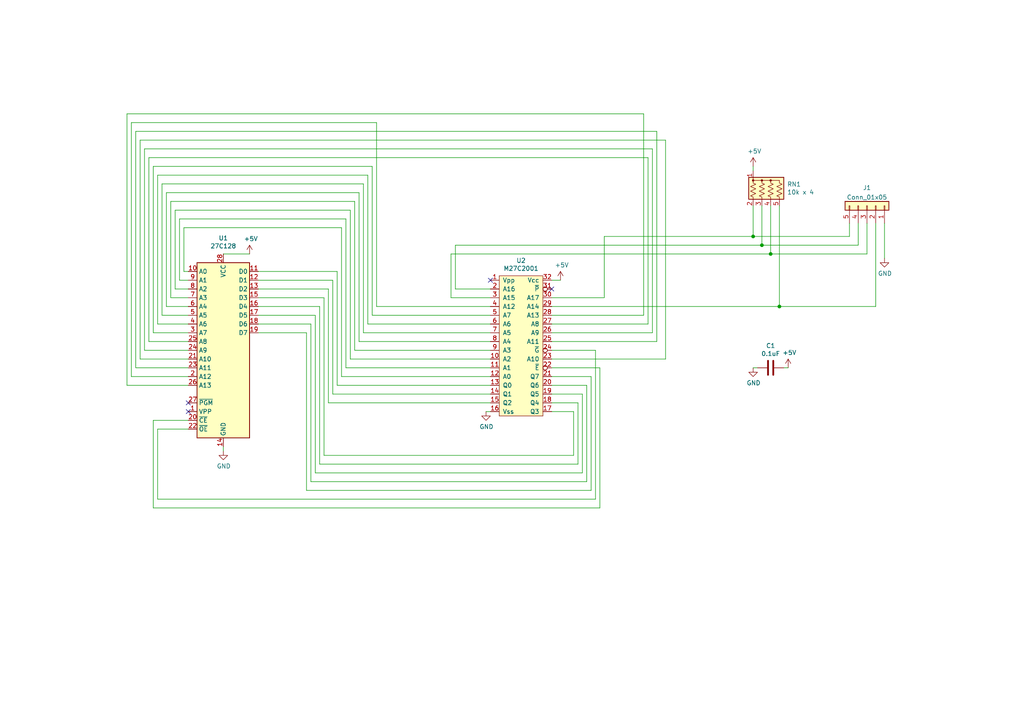
<source format=kicad_sch>
(kicad_sch (version 20211123) (generator eeschema)

  (uuid 13abf99d-5265-4779-8973-e94370fd18ff)

  (paper "A4")

  (lib_symbols
    (symbol "27c2001lib:M27C2001" (pin_names (offset 1.016)) (in_bom yes) (on_board yes)
      (property "Reference" "U" (id 0) (at 0 0 0)
        (effects (font (size 1.27 1.27)))
      )
      (property "Value" "27c2001lib_M27C2001" (id 1) (at 0 -19.05 90)
        (effects (font (size 1.27 1.27)))
      )
      (property "Footprint" "" (id 2) (at 0 0 0)
        (effects (font (size 1.27 1.27)) hide)
      )
      (property "Datasheet" "" (id 3) (at 0 0 0)
        (effects (font (size 1.27 1.27)) hide)
      )
      (symbol "M27C2001_0_1"
        (rectangle (start -6.35 -3.81) (end 6.35 -44.45)
          (stroke (width 0) (type default) (color 0 0 0 0))
          (fill (type background))
        )
      )
      (symbol "M27C2001_1_1"
        (pin input line (at -8.89 -5.08 0) (length 2.54)
          (name "Vpp" (effects (font (size 1.27 1.27))))
          (number "1" (effects (font (size 1.27 1.27))))
        )
        (pin input line (at -8.89 -27.94 0) (length 2.54)
          (name "A2" (effects (font (size 1.27 1.27))))
          (number "10" (effects (font (size 1.27 1.27))))
        )
        (pin input line (at -8.89 -30.48 0) (length 2.54)
          (name "A1" (effects (font (size 1.27 1.27))))
          (number "11" (effects (font (size 1.27 1.27))))
        )
        (pin input line (at -8.89 -33.02 0) (length 2.54)
          (name "A0" (effects (font (size 1.27 1.27))))
          (number "12" (effects (font (size 1.27 1.27))))
        )
        (pin output line (at -8.89 -35.56 0) (length 2.54)
          (name "Q0" (effects (font (size 1.27 1.27))))
          (number "13" (effects (font (size 1.27 1.27))))
        )
        (pin output line (at -8.89 -38.1 0) (length 2.54)
          (name "Q1" (effects (font (size 1.27 1.27))))
          (number "14" (effects (font (size 1.27 1.27))))
        )
        (pin output line (at -8.89 -40.64 0) (length 2.54)
          (name "Q2" (effects (font (size 1.27 1.27))))
          (number "15" (effects (font (size 1.27 1.27))))
        )
        (pin power_in line (at -8.89 -43.18 0) (length 2.54)
          (name "Vss" (effects (font (size 1.27 1.27))))
          (number "16" (effects (font (size 1.27 1.27))))
        )
        (pin output line (at 8.89 -43.18 180) (length 2.54)
          (name "Q3" (effects (font (size 1.27 1.27))))
          (number "17" (effects (font (size 1.27 1.27))))
        )
        (pin output line (at 8.89 -40.64 180) (length 2.54)
          (name "Q4" (effects (font (size 1.27 1.27))))
          (number "18" (effects (font (size 1.27 1.27))))
        )
        (pin output line (at 8.89 -38.1 180) (length 2.54)
          (name "Q5" (effects (font (size 1.27 1.27))))
          (number "19" (effects (font (size 1.27 1.27))))
        )
        (pin input line (at -8.89 -7.62 0) (length 2.54)
          (name "A16" (effects (font (size 1.27 1.27))))
          (number "2" (effects (font (size 1.27 1.27))))
        )
        (pin output line (at 8.89 -35.56 180) (length 2.54)
          (name "Q6" (effects (font (size 1.27 1.27))))
          (number "20" (effects (font (size 1.27 1.27))))
        )
        (pin output line (at 8.89 -33.02 180) (length 2.54)
          (name "Q7" (effects (font (size 1.27 1.27))))
          (number "21" (effects (font (size 1.27 1.27))))
        )
        (pin input inverted (at 8.89 -30.48 180) (length 2.54)
          (name "~{E}" (effects (font (size 1.27 1.27))))
          (number "22" (effects (font (size 1.27 1.27))))
        )
        (pin input line (at 8.89 -27.94 180) (length 2.54)
          (name "A10" (effects (font (size 1.27 1.27))))
          (number "23" (effects (font (size 1.27 1.27))))
        )
        (pin input inverted (at 8.89 -25.4 180) (length 2.54)
          (name "~{G}" (effects (font (size 1.27 1.27))))
          (number "24" (effects (font (size 1.27 1.27))))
        )
        (pin input line (at 8.89 -22.86 180) (length 2.54)
          (name "A11" (effects (font (size 1.27 1.27))))
          (number "25" (effects (font (size 1.27 1.27))))
        )
        (pin input line (at 8.89 -20.32 180) (length 2.54)
          (name "A9" (effects (font (size 1.27 1.27))))
          (number "26" (effects (font (size 1.27 1.27))))
        )
        (pin input line (at 8.89 -17.78 180) (length 2.54)
          (name "A8" (effects (font (size 1.27 1.27))))
          (number "27" (effects (font (size 1.27 1.27))))
        )
        (pin input line (at 8.89 -15.24 180) (length 2.54)
          (name "A13" (effects (font (size 1.27 1.27))))
          (number "28" (effects (font (size 1.27 1.27))))
        )
        (pin input line (at 8.89 -12.7 180) (length 2.54)
          (name "A14" (effects (font (size 1.27 1.27))))
          (number "29" (effects (font (size 1.27 1.27))))
        )
        (pin input line (at -8.89 -10.16 0) (length 2.54)
          (name "A15" (effects (font (size 1.27 1.27))))
          (number "3" (effects (font (size 1.27 1.27))))
        )
        (pin input line (at 8.89 -10.16 180) (length 2.54)
          (name "A17" (effects (font (size 1.27 1.27))))
          (number "30" (effects (font (size 1.27 1.27))))
        )
        (pin input inverted (at 8.89 -7.62 180) (length 2.54)
          (name "~{P}" (effects (font (size 1.27 1.27))))
          (number "31" (effects (font (size 1.27 1.27))))
        )
        (pin power_in line (at 8.89 -5.08 180) (length 2.54)
          (name "Vcc" (effects (font (size 1.27 1.27))))
          (number "32" (effects (font (size 1.27 1.27))))
        )
        (pin input line (at -8.89 -12.7 0) (length 2.54)
          (name "A12" (effects (font (size 1.27 1.27))))
          (number "4" (effects (font (size 1.27 1.27))))
        )
        (pin input line (at -8.89 -15.24 0) (length 2.54)
          (name "A7" (effects (font (size 1.27 1.27))))
          (number "5" (effects (font (size 1.27 1.27))))
        )
        (pin input line (at -8.89 -17.78 0) (length 2.54)
          (name "A6" (effects (font (size 1.27 1.27))))
          (number "6" (effects (font (size 1.27 1.27))))
        )
        (pin input line (at -8.89 -20.32 0) (length 2.54)
          (name "A5" (effects (font (size 1.27 1.27))))
          (number "7" (effects (font (size 1.27 1.27))))
        )
        (pin input line (at -8.89 -22.86 0) (length 2.54)
          (name "A4" (effects (font (size 1.27 1.27))))
          (number "8" (effects (font (size 1.27 1.27))))
        )
        (pin input line (at -8.89 -25.4 0) (length 2.54)
          (name "A3" (effects (font (size 1.27 1.27))))
          (number "9" (effects (font (size 1.27 1.27))))
        )
      )
    )
    (symbol "Connector_Generic:Conn_01x05" (pin_names (offset 1.016) hide) (in_bom yes) (on_board yes)
      (property "Reference" "J" (id 0) (at 0 7.62 0)
        (effects (font (size 1.27 1.27)))
      )
      (property "Value" "Conn_01x05" (id 1) (at 0 -7.62 0)
        (effects (font (size 1.27 1.27)))
      )
      (property "Footprint" "" (id 2) (at 0 0 0)
        (effects (font (size 1.27 1.27)) hide)
      )
      (property "Datasheet" "~" (id 3) (at 0 0 0)
        (effects (font (size 1.27 1.27)) hide)
      )
      (property "ki_keywords" "connector" (id 4) (at 0 0 0)
        (effects (font (size 1.27 1.27)) hide)
      )
      (property "ki_description" "Generic connector, single row, 01x05, script generated (kicad-library-utils/schlib/autogen/connector/)" (id 5) (at 0 0 0)
        (effects (font (size 1.27 1.27)) hide)
      )
      (property "ki_fp_filters" "Connector*:*_1x??_*" (id 6) (at 0 0 0)
        (effects (font (size 1.27 1.27)) hide)
      )
      (symbol "Conn_01x05_1_1"
        (rectangle (start -1.27 -4.953) (end 0 -5.207)
          (stroke (width 0.1524) (type default) (color 0 0 0 0))
          (fill (type none))
        )
        (rectangle (start -1.27 -2.413) (end 0 -2.667)
          (stroke (width 0.1524) (type default) (color 0 0 0 0))
          (fill (type none))
        )
        (rectangle (start -1.27 0.127) (end 0 -0.127)
          (stroke (width 0.1524) (type default) (color 0 0 0 0))
          (fill (type none))
        )
        (rectangle (start -1.27 2.667) (end 0 2.413)
          (stroke (width 0.1524) (type default) (color 0 0 0 0))
          (fill (type none))
        )
        (rectangle (start -1.27 5.207) (end 0 4.953)
          (stroke (width 0.1524) (type default) (color 0 0 0 0))
          (fill (type none))
        )
        (rectangle (start -1.27 6.35) (end 1.27 -6.35)
          (stroke (width 0.254) (type default) (color 0 0 0 0))
          (fill (type background))
        )
        (pin passive line (at -5.08 5.08 0) (length 3.81)
          (name "Pin_1" (effects (font (size 1.27 1.27))))
          (number "1" (effects (font (size 1.27 1.27))))
        )
        (pin passive line (at -5.08 2.54 0) (length 3.81)
          (name "Pin_2" (effects (font (size 1.27 1.27))))
          (number "2" (effects (font (size 1.27 1.27))))
        )
        (pin passive line (at -5.08 0 0) (length 3.81)
          (name "Pin_3" (effects (font (size 1.27 1.27))))
          (number "3" (effects (font (size 1.27 1.27))))
        )
        (pin passive line (at -5.08 -2.54 0) (length 3.81)
          (name "Pin_4" (effects (font (size 1.27 1.27))))
          (number "4" (effects (font (size 1.27 1.27))))
        )
        (pin passive line (at -5.08 -5.08 0) (length 3.81)
          (name "Pin_5" (effects (font (size 1.27 1.27))))
          (number "5" (effects (font (size 1.27 1.27))))
        )
      )
    )
    (symbol "Device:C" (pin_numbers hide) (pin_names (offset 0.254)) (in_bom yes) (on_board yes)
      (property "Reference" "C" (id 0) (at 0.635 2.54 0)
        (effects (font (size 1.27 1.27)) (justify left))
      )
      (property "Value" "C" (id 1) (at 0.635 -2.54 0)
        (effects (font (size 1.27 1.27)) (justify left))
      )
      (property "Footprint" "" (id 2) (at 0.9652 -3.81 0)
        (effects (font (size 1.27 1.27)) hide)
      )
      (property "Datasheet" "~" (id 3) (at 0 0 0)
        (effects (font (size 1.27 1.27)) hide)
      )
      (property "ki_keywords" "cap capacitor" (id 4) (at 0 0 0)
        (effects (font (size 1.27 1.27)) hide)
      )
      (property "ki_description" "Unpolarized capacitor" (id 5) (at 0 0 0)
        (effects (font (size 1.27 1.27)) hide)
      )
      (property "ki_fp_filters" "C_*" (id 6) (at 0 0 0)
        (effects (font (size 1.27 1.27)) hide)
      )
      (symbol "C_0_1"
        (polyline
          (pts
            (xy -2.032 -0.762)
            (xy 2.032 -0.762)
          )
          (stroke (width 0.508) (type default) (color 0 0 0 0))
          (fill (type none))
        )
        (polyline
          (pts
            (xy -2.032 0.762)
            (xy 2.032 0.762)
          )
          (stroke (width 0.508) (type default) (color 0 0 0 0))
          (fill (type none))
        )
      )
      (symbol "C_1_1"
        (pin passive line (at 0 3.81 270) (length 2.794)
          (name "~" (effects (font (size 1.27 1.27))))
          (number "1" (effects (font (size 1.27 1.27))))
        )
        (pin passive line (at 0 -3.81 90) (length 2.794)
          (name "~" (effects (font (size 1.27 1.27))))
          (number "2" (effects (font (size 1.27 1.27))))
        )
      )
    )
    (symbol "Device:R_Network04_US" (pin_names (offset 0) hide) (in_bom yes) (on_board yes)
      (property "Reference" "RN" (id 0) (at -7.62 0 90)
        (effects (font (size 1.27 1.27)))
      )
      (property "Value" "R_Network04_US" (id 1) (at 5.08 0 90)
        (effects (font (size 1.27 1.27)))
      )
      (property "Footprint" "Resistor_THT:R_Array_SIP5" (id 2) (at 6.985 0 90)
        (effects (font (size 1.27 1.27)) hide)
      )
      (property "Datasheet" "http://www.vishay.com/docs/31509/csc.pdf" (id 3) (at 0 0 0)
        (effects (font (size 1.27 1.27)) hide)
      )
      (property "ki_keywords" "R network star-topology" (id 4) (at 0 0 0)
        (effects (font (size 1.27 1.27)) hide)
      )
      (property "ki_description" "4 resistor network, star topology, bussed resistors, small US symbol" (id 5) (at 0 0 0)
        (effects (font (size 1.27 1.27)) hide)
      )
      (property "ki_fp_filters" "R?Array?SIP*" (id 6) (at 0 0 0)
        (effects (font (size 1.27 1.27)) hide)
      )
      (symbol "R_Network04_US_0_1"
        (rectangle (start -6.35 -3.175) (end 3.81 3.175)
          (stroke (width 0.254) (type default) (color 0 0 0 0))
          (fill (type background))
        )
        (circle (center -5.08 2.286) (radius 0.254)
          (stroke (width 0) (type default) (color 0 0 0 0))
          (fill (type outline))
        )
        (circle (center -2.54 2.286) (radius 0.254)
          (stroke (width 0) (type default) (color 0 0 0 0))
          (fill (type outline))
        )
        (polyline
          (pts
            (xy -5.08 2.286)
            (xy 2.54 2.286)
          )
          (stroke (width 0) (type default) (color 0 0 0 0))
          (fill (type none))
        )
        (polyline
          (pts
            (xy -5.08 2.286)
            (xy -5.08 1.524)
            (xy -4.318 1.1684)
            (xy -5.842 0.508)
            (xy -4.318 -0.1524)
            (xy -5.842 -0.8382)
            (xy -4.318 -1.524)
            (xy -5.842 -2.1844)
            (xy -5.08 -2.54)
            (xy -5.08 -3.81)
          )
          (stroke (width 0) (type default) (color 0 0 0 0))
          (fill (type none))
        )
        (polyline
          (pts
            (xy -2.54 2.286)
            (xy -2.54 1.524)
            (xy -1.778 1.1684)
            (xy -3.302 0.508)
            (xy -1.778 -0.1524)
            (xy -3.302 -0.8382)
            (xy -1.778 -1.524)
            (xy -3.302 -2.1844)
            (xy -2.54 -2.54)
            (xy -2.54 -3.81)
          )
          (stroke (width 0) (type default) (color 0 0 0 0))
          (fill (type none))
        )
        (polyline
          (pts
            (xy 0 2.286)
            (xy 0 1.524)
            (xy 0.762 1.1684)
            (xy -0.762 0.508)
            (xy 0.762 -0.1524)
            (xy -0.762 -0.8382)
            (xy 0.762 -1.524)
            (xy -0.762 -2.1844)
            (xy 0 -2.54)
            (xy 0 -3.81)
          )
          (stroke (width 0) (type default) (color 0 0 0 0))
          (fill (type none))
        )
        (polyline
          (pts
            (xy 2.54 2.286)
            (xy 2.54 1.524)
            (xy 3.302 1.1684)
            (xy 1.778 0.508)
            (xy 3.302 -0.1524)
            (xy 1.778 -0.8382)
            (xy 3.302 -1.524)
            (xy 1.778 -2.1844)
            (xy 2.54 -2.54)
            (xy 2.54 -3.81)
          )
          (stroke (width 0) (type default) (color 0 0 0 0))
          (fill (type none))
        )
        (circle (center 0 2.286) (radius 0.254)
          (stroke (width 0) (type default) (color 0 0 0 0))
          (fill (type outline))
        )
      )
      (symbol "R_Network04_US_1_1"
        (pin passive line (at -5.08 5.08 270) (length 2.54)
          (name "common" (effects (font (size 1.27 1.27))))
          (number "1" (effects (font (size 1.27 1.27))))
        )
        (pin passive line (at -5.08 -5.08 90) (length 1.27)
          (name "R1" (effects (font (size 1.27 1.27))))
          (number "2" (effects (font (size 1.27 1.27))))
        )
        (pin passive line (at -2.54 -5.08 90) (length 1.27)
          (name "R2" (effects (font (size 1.27 1.27))))
          (number "3" (effects (font (size 1.27 1.27))))
        )
        (pin passive line (at 0 -5.08 90) (length 1.27)
          (name "R3" (effects (font (size 1.27 1.27))))
          (number "4" (effects (font (size 1.27 1.27))))
        )
        (pin passive line (at 2.54 -5.08 90) (length 1.27)
          (name "R4" (effects (font (size 1.27 1.27))))
          (number "5" (effects (font (size 1.27 1.27))))
        )
      )
    )
    (symbol "Memory_EPROM:27C128" (in_bom yes) (on_board yes)
      (property "Reference" "U" (id 0) (at -7.62 26.67 0)
        (effects (font (size 1.27 1.27)))
      )
      (property "Value" "27C128" (id 1) (at 2.54 -26.67 0)
        (effects (font (size 1.27 1.27)) (justify left))
      )
      (property "Footprint" "Package_DIP:DIP-28_W15.24mm" (id 2) (at 0 0 0)
        (effects (font (size 1.27 1.27)) hide)
      )
      (property "Datasheet" "http://ww1.microchip.com/downloads/en/devicedoc/11003L.pdf" (id 3) (at 0 0 0)
        (effects (font (size 1.27 1.27)) hide)
      )
      (property "ki_keywords" "OTP EPROM 128KiBit" (id 4) (at 0 0 0)
        (effects (font (size 1.27 1.27)) hide)
      )
      (property "ki_description" "OTP EPROM 128 KiBit, [Obsolete 2004-01]" (id 5) (at 0 0 0)
        (effects (font (size 1.27 1.27)) hide)
      )
      (property "ki_fp_filters" "DIP*W15.24mm*" (id 6) (at 0 0 0)
        (effects (font (size 1.27 1.27)) hide)
      )
      (symbol "27C128_1_1"
        (rectangle (start -7.62 25.4) (end 7.62 -25.4)
          (stroke (width 0.254) (type default) (color 0 0 0 0))
          (fill (type background))
        )
        (pin input line (at -10.16 -17.78 0) (length 2.54)
          (name "VPP" (effects (font (size 1.27 1.27))))
          (number "1" (effects (font (size 1.27 1.27))))
        )
        (pin input line (at -10.16 22.86 0) (length 2.54)
          (name "A0" (effects (font (size 1.27 1.27))))
          (number "10" (effects (font (size 1.27 1.27))))
        )
        (pin tri_state line (at 10.16 22.86 180) (length 2.54)
          (name "D0" (effects (font (size 1.27 1.27))))
          (number "11" (effects (font (size 1.27 1.27))))
        )
        (pin tri_state line (at 10.16 20.32 180) (length 2.54)
          (name "D1" (effects (font (size 1.27 1.27))))
          (number "12" (effects (font (size 1.27 1.27))))
        )
        (pin tri_state line (at 10.16 17.78 180) (length 2.54)
          (name "D2" (effects (font (size 1.27 1.27))))
          (number "13" (effects (font (size 1.27 1.27))))
        )
        (pin power_in line (at 0 -27.94 90) (length 2.54)
          (name "GND" (effects (font (size 1.27 1.27))))
          (number "14" (effects (font (size 1.27 1.27))))
        )
        (pin tri_state line (at 10.16 15.24 180) (length 2.54)
          (name "D3" (effects (font (size 1.27 1.27))))
          (number "15" (effects (font (size 1.27 1.27))))
        )
        (pin tri_state line (at 10.16 12.7 180) (length 2.54)
          (name "D4" (effects (font (size 1.27 1.27))))
          (number "16" (effects (font (size 1.27 1.27))))
        )
        (pin tri_state line (at 10.16 10.16 180) (length 2.54)
          (name "D5" (effects (font (size 1.27 1.27))))
          (number "17" (effects (font (size 1.27 1.27))))
        )
        (pin tri_state line (at 10.16 7.62 180) (length 2.54)
          (name "D6" (effects (font (size 1.27 1.27))))
          (number "18" (effects (font (size 1.27 1.27))))
        )
        (pin tri_state line (at 10.16 5.08 180) (length 2.54)
          (name "D7" (effects (font (size 1.27 1.27))))
          (number "19" (effects (font (size 1.27 1.27))))
        )
        (pin input line (at -10.16 -7.62 0) (length 2.54)
          (name "A12" (effects (font (size 1.27 1.27))))
          (number "2" (effects (font (size 1.27 1.27))))
        )
        (pin input line (at -10.16 -20.32 0) (length 2.54)
          (name "~{CE}" (effects (font (size 1.27 1.27))))
          (number "20" (effects (font (size 1.27 1.27))))
        )
        (pin input line (at -10.16 -2.54 0) (length 2.54)
          (name "A10" (effects (font (size 1.27 1.27))))
          (number "21" (effects (font (size 1.27 1.27))))
        )
        (pin input line (at -10.16 -22.86 0) (length 2.54)
          (name "~{OE}" (effects (font (size 1.27 1.27))))
          (number "22" (effects (font (size 1.27 1.27))))
        )
        (pin input line (at -10.16 -5.08 0) (length 2.54)
          (name "A11" (effects (font (size 1.27 1.27))))
          (number "23" (effects (font (size 1.27 1.27))))
        )
        (pin input line (at -10.16 0 0) (length 2.54)
          (name "A9" (effects (font (size 1.27 1.27))))
          (number "24" (effects (font (size 1.27 1.27))))
        )
        (pin input line (at -10.16 2.54 0) (length 2.54)
          (name "A8" (effects (font (size 1.27 1.27))))
          (number "25" (effects (font (size 1.27 1.27))))
        )
        (pin input line (at -10.16 -10.16 0) (length 2.54)
          (name "A13" (effects (font (size 1.27 1.27))))
          (number "26" (effects (font (size 1.27 1.27))))
        )
        (pin input line (at -10.16 -15.24 0) (length 2.54)
          (name "~{PGM}" (effects (font (size 1.27 1.27))))
          (number "27" (effects (font (size 1.27 1.27))))
        )
        (pin power_in line (at 0 27.94 270) (length 2.54)
          (name "VCC" (effects (font (size 1.27 1.27))))
          (number "28" (effects (font (size 1.27 1.27))))
        )
        (pin input line (at -10.16 5.08 0) (length 2.54)
          (name "A7" (effects (font (size 1.27 1.27))))
          (number "3" (effects (font (size 1.27 1.27))))
        )
        (pin input line (at -10.16 7.62 0) (length 2.54)
          (name "A6" (effects (font (size 1.27 1.27))))
          (number "4" (effects (font (size 1.27 1.27))))
        )
        (pin input line (at -10.16 10.16 0) (length 2.54)
          (name "A5" (effects (font (size 1.27 1.27))))
          (number "5" (effects (font (size 1.27 1.27))))
        )
        (pin input line (at -10.16 12.7 0) (length 2.54)
          (name "A4" (effects (font (size 1.27 1.27))))
          (number "6" (effects (font (size 1.27 1.27))))
        )
        (pin input line (at -10.16 15.24 0) (length 2.54)
          (name "A3" (effects (font (size 1.27 1.27))))
          (number "7" (effects (font (size 1.27 1.27))))
        )
        (pin input line (at -10.16 17.78 0) (length 2.54)
          (name "A2" (effects (font (size 1.27 1.27))))
          (number "8" (effects (font (size 1.27 1.27))))
        )
        (pin input line (at -10.16 20.32 0) (length 2.54)
          (name "A1" (effects (font (size 1.27 1.27))))
          (number "9" (effects (font (size 1.27 1.27))))
        )
      )
    )
    (symbol "power:+5V" (power) (pin_names (offset 0)) (in_bom yes) (on_board yes)
      (property "Reference" "#PWR" (id 0) (at 0 -3.81 0)
        (effects (font (size 1.27 1.27)) hide)
      )
      (property "Value" "+5V" (id 1) (at 0 3.556 0)
        (effects (font (size 1.27 1.27)))
      )
      (property "Footprint" "" (id 2) (at 0 0 0)
        (effects (font (size 1.27 1.27)) hide)
      )
      (property "Datasheet" "" (id 3) (at 0 0 0)
        (effects (font (size 1.27 1.27)) hide)
      )
      (property "ki_keywords" "power-flag" (id 4) (at 0 0 0)
        (effects (font (size 1.27 1.27)) hide)
      )
      (property "ki_description" "Power symbol creates a global label with name \"+5V\"" (id 5) (at 0 0 0)
        (effects (font (size 1.27 1.27)) hide)
      )
      (symbol "+5V_0_1"
        (polyline
          (pts
            (xy -0.762 1.27)
            (xy 0 2.54)
          )
          (stroke (width 0) (type default) (color 0 0 0 0))
          (fill (type none))
        )
        (polyline
          (pts
            (xy 0 0)
            (xy 0 2.54)
          )
          (stroke (width 0) (type default) (color 0 0 0 0))
          (fill (type none))
        )
        (polyline
          (pts
            (xy 0 2.54)
            (xy 0.762 1.27)
          )
          (stroke (width 0) (type default) (color 0 0 0 0))
          (fill (type none))
        )
      )
      (symbol "+5V_1_1"
        (pin power_in line (at 0 0 90) (length 0) hide
          (name "+5V" (effects (font (size 1.27 1.27))))
          (number "1" (effects (font (size 1.27 1.27))))
        )
      )
    )
    (symbol "power:GND" (power) (pin_names (offset 0)) (in_bom yes) (on_board yes)
      (property "Reference" "#PWR" (id 0) (at 0 -6.35 0)
        (effects (font (size 1.27 1.27)) hide)
      )
      (property "Value" "GND" (id 1) (at 0 -3.81 0)
        (effects (font (size 1.27 1.27)))
      )
      (property "Footprint" "" (id 2) (at 0 0 0)
        (effects (font (size 1.27 1.27)) hide)
      )
      (property "Datasheet" "" (id 3) (at 0 0 0)
        (effects (font (size 1.27 1.27)) hide)
      )
      (property "ki_keywords" "power-flag" (id 4) (at 0 0 0)
        (effects (font (size 1.27 1.27)) hide)
      )
      (property "ki_description" "Power symbol creates a global label with name \"GND\" , ground" (id 5) (at 0 0 0)
        (effects (font (size 1.27 1.27)) hide)
      )
      (symbol "GND_0_1"
        (polyline
          (pts
            (xy 0 0)
            (xy 0 -1.27)
            (xy 1.27 -1.27)
            (xy 0 -2.54)
            (xy -1.27 -1.27)
            (xy 0 -1.27)
          )
          (stroke (width 0) (type default) (color 0 0 0 0))
          (fill (type none))
        )
      )
      (symbol "GND_1_1"
        (pin power_in line (at 0 0 270) (length 0) hide
          (name "GND" (effects (font (size 1.27 1.27))))
          (number "1" (effects (font (size 1.27 1.27))))
        )
      )
    )
  )

  (junction (at 218.44 68.58) (diameter 0) (color 0 0 0 0)
    (uuid 6595b9c7-02ee-4647-bde5-6b566e35163e)
  )
  (junction (at 223.52 73.66) (diameter 0) (color 0 0 0 0)
    (uuid 730b670c-9bcf-4dcd-9a8d-fcaa61fb0955)
  )
  (junction (at 220.98 71.12) (diameter 0) (color 0 0 0 0)
    (uuid 965308c8-e014-459a-b9db-b8493a601c62)
  )
  (junction (at 226.06 88.9) (diameter 0) (color 0 0 0 0)
    (uuid ca87f11b-5f48-4b57-8535-68d3ec2fe5a9)
  )

  (no_connect (at 142.24 81.28) (uuid 0217dfc4-fc13-4699-99ad-d9948522648e))
  (no_connect (at 54.61 116.84) (uuid 8da933a9-35f8-42e6-8504-d1bab7264306))
  (no_connect (at 54.61 119.38) (uuid bd5408e4-362d-4e43-9d39-78fb99eb52c8))
  (no_connect (at 160.02 83.82) (uuid c0eca5ed-bc5e-4618-9bcd-80945bea41ed))

  (wire (pts (xy 109.22 88.9) (xy 109.22 35.56))
    (stroke (width 0) (type default) (color 0 0 0 0))
    (uuid 003c2200-0632-4808-a662-8ddd5d30c768)
  )
  (wire (pts (xy 226.06 59.69) (xy 226.06 88.9))
    (stroke (width 0) (type default) (color 0 0 0 0))
    (uuid 01e9b6e7-adf9-4ee7-9447-a588630ee4a2)
  )
  (wire (pts (xy 104.14 99.06) (xy 104.14 55.88))
    (stroke (width 0) (type default) (color 0 0 0 0))
    (uuid 03c52831-5dc5-43c5-a442-8d23643b46fb)
  )
  (wire (pts (xy 130.81 86.36) (xy 142.24 86.36))
    (stroke (width 0) (type default) (color 0 0 0 0))
    (uuid 0755aee5-bc01-4cb5-b830-583289df50a3)
  )
  (wire (pts (xy 190.5 99.06) (xy 190.5 38.1))
    (stroke (width 0) (type default) (color 0 0 0 0))
    (uuid 08a7c925-7fae-4530-b0c9-120e185cb318)
  )
  (wire (pts (xy 49.53 58.42) (xy 49.53 86.36))
    (stroke (width 0) (type default) (color 0 0 0 0))
    (uuid 0b21a65d-d20b-411e-920a-75c343ac5136)
  )
  (wire (pts (xy 220.98 59.69) (xy 220.98 71.12))
    (stroke (width 0) (type default) (color 0 0 0 0))
    (uuid 0c3dceba-7c95-4b3d-b590-0eb581444beb)
  )
  (wire (pts (xy 142.24 104.14) (xy 101.6 104.14))
    (stroke (width 0) (type default) (color 0 0 0 0))
    (uuid 0eaa98f0-9565-4637-ace3-42a5231b07f7)
  )
  (wire (pts (xy 102.87 101.6) (xy 102.87 58.42))
    (stroke (width 0) (type default) (color 0 0 0 0))
    (uuid 0f22151c-f260-4674-b486-4710a2c42a55)
  )
  (wire (pts (xy 43.18 45.72) (xy 43.18 99.06))
    (stroke (width 0) (type default) (color 0 0 0 0))
    (uuid 0f54db53-a272-4955-88fb-d7ab00657bb0)
  )
  (wire (pts (xy 74.93 83.82) (xy 95.25 83.82))
    (stroke (width 0) (type default) (color 0 0 0 0))
    (uuid 10109f84-4940-47f8-8640-91f185ac9bc1)
  )
  (wire (pts (xy 53.34 78.74) (xy 54.61 78.74))
    (stroke (width 0) (type default) (color 0 0 0 0))
    (uuid 127679a9-3981-4934-815e-896a4e3ff56e)
  )
  (wire (pts (xy 246.38 68.58) (xy 218.44 68.58))
    (stroke (width 0) (type default) (color 0 0 0 0))
    (uuid 16bd6381-8ac0-4bf2-9dce-ecc20c724b8d)
  )
  (wire (pts (xy 101.6 104.14) (xy 101.6 60.96))
    (stroke (width 0) (type default) (color 0 0 0 0))
    (uuid 181abe7a-f941-42b6-bd46-aaa3131f90fb)
  )
  (wire (pts (xy 142.24 101.6) (xy 102.87 101.6))
    (stroke (width 0) (type default) (color 0 0 0 0))
    (uuid 1831fb37-1c5d-42c4-b898-151be6fca9dc)
  )
  (wire (pts (xy 142.24 91.44) (xy 107.95 91.44))
    (stroke (width 0) (type default) (color 0 0 0 0))
    (uuid 1a1ab354-5f85-45f9-938c-9f6c4c8c3ea2)
  )
  (wire (pts (xy 44.45 48.26) (xy 44.45 96.52))
    (stroke (width 0) (type default) (color 0 0 0 0))
    (uuid 1bf544e3-5940-4576-9291-2464e95c0ee2)
  )
  (wire (pts (xy 173.99 106.68) (xy 173.99 147.32))
    (stroke (width 0) (type default) (color 0 0 0 0))
    (uuid 1d9cdadc-9036-4a95-b6db-fa7b3b74c869)
  )
  (wire (pts (xy 91.44 137.16) (xy 168.91 137.16))
    (stroke (width 0) (type default) (color 0 0 0 0))
    (uuid 1e1b062d-fad0-427c-a622-c5b8a80b5268)
  )
  (wire (pts (xy 218.44 106.68) (xy 219.71 106.68))
    (stroke (width 0) (type default) (color 0 0 0 0))
    (uuid 21ae9c3a-7138-444e-be38-56a4842ab594)
  )
  (wire (pts (xy 142.24 88.9) (xy 109.22 88.9))
    (stroke (width 0) (type default) (color 0 0 0 0))
    (uuid 240e07e1-770b-4b27-894f-29fd601c924d)
  )
  (wire (pts (xy 44.45 147.32) (xy 44.45 121.92))
    (stroke (width 0) (type default) (color 0 0 0 0))
    (uuid 24f7628d-681d-4f0e-8409-40a129e929d9)
  )
  (wire (pts (xy 48.26 55.88) (xy 48.26 88.9))
    (stroke (width 0) (type default) (color 0 0 0 0))
    (uuid 29e78086-2175-405e-9ba3-c48766d2f50c)
  )
  (wire (pts (xy 46.99 53.34) (xy 46.99 91.44))
    (stroke (width 0) (type default) (color 0 0 0 0))
    (uuid 2d210a96-f81f-42a9-8bf4-1b43c11086f3)
  )
  (wire (pts (xy 193.04 40.64) (xy 40.64 40.64))
    (stroke (width 0) (type default) (color 0 0 0 0))
    (uuid 2d6db888-4e40-41c8-b701-07170fc894bc)
  )
  (wire (pts (xy 90.17 93.98) (xy 90.17 139.7))
    (stroke (width 0) (type default) (color 0 0 0 0))
    (uuid 2e642b3e-a476-4c54-9a52-dcea955640cd)
  )
  (wire (pts (xy 36.83 111.76) (xy 54.61 111.76))
    (stroke (width 0) (type default) (color 0 0 0 0))
    (uuid 2f215f15-3d52-4c91-93e6-3ea03a95622f)
  )
  (wire (pts (xy 168.91 114.3) (xy 160.02 114.3))
    (stroke (width 0) (type default) (color 0 0 0 0))
    (uuid 30f15357-ce1d-48b9-93dc-7d9b1b2aa048)
  )
  (wire (pts (xy 41.91 43.18) (xy 41.91 101.6))
    (stroke (width 0) (type default) (color 0 0 0 0))
    (uuid 31e08896-1992-4725-96d9-9d2728bca7a3)
  )
  (wire (pts (xy 173.99 147.32) (xy 44.45 147.32))
    (stroke (width 0) (type default) (color 0 0 0 0))
    (uuid 3a7648d8-121a-4921-9b92-9b35b76ce39b)
  )
  (wire (pts (xy 44.45 96.52) (xy 54.61 96.52))
    (stroke (width 0) (type default) (color 0 0 0 0))
    (uuid 3aaee4c4-dbf7-49a5-a620-9465d8cc3ae7)
  )
  (wire (pts (xy 74.93 91.44) (xy 91.44 91.44))
    (stroke (width 0) (type default) (color 0 0 0 0))
    (uuid 3b838d52-596d-4e4d-a6ac-e4c8e7621137)
  )
  (wire (pts (xy 49.53 86.36) (xy 54.61 86.36))
    (stroke (width 0) (type default) (color 0 0 0 0))
    (uuid 3cd1bda0-18db-417d-b581-a0c50623df68)
  )
  (wire (pts (xy 44.45 121.92) (xy 54.61 121.92))
    (stroke (width 0) (type default) (color 0 0 0 0))
    (uuid 3e903008-0276-4a73-8edb-5d9dfde6297c)
  )
  (wire (pts (xy 107.95 91.44) (xy 107.95 48.26))
    (stroke (width 0) (type default) (color 0 0 0 0))
    (uuid 42713045-fffd-4b2d-ae1e-7232d705fb12)
  )
  (wire (pts (xy 92.71 88.9) (xy 92.71 134.62))
    (stroke (width 0) (type default) (color 0 0 0 0))
    (uuid 44d8279a-9cd1-4db6-856f-0363131605fc)
  )
  (wire (pts (xy 45.72 144.78) (xy 45.72 124.46))
    (stroke (width 0) (type default) (color 0 0 0 0))
    (uuid 45008225-f50f-4d6b-b508-6730a9408caf)
  )
  (wire (pts (xy 93.98 86.36) (xy 93.98 132.08))
    (stroke (width 0) (type default) (color 0 0 0 0))
    (uuid 47baf4b1-0938-497d-88f9-671136aa8be7)
  )
  (wire (pts (xy 142.24 106.68) (xy 100.33 106.68))
    (stroke (width 0) (type default) (color 0 0 0 0))
    (uuid 48ab88d7-7084-4d02-b109-3ad55a30bb11)
  )
  (wire (pts (xy 248.92 64.77) (xy 248.92 71.12))
    (stroke (width 0) (type default) (color 0 0 0 0))
    (uuid 4a21e717-d46d-4d9e-8b98-af4ecb02d3ec)
  )
  (wire (pts (xy 190.5 38.1) (xy 39.37 38.1))
    (stroke (width 0) (type default) (color 0 0 0 0))
    (uuid 4a4ec8d9-3d72-4952-83d4-808f65849a2b)
  )
  (wire (pts (xy 142.24 96.52) (xy 105.41 96.52))
    (stroke (width 0) (type default) (color 0 0 0 0))
    (uuid 4c8eb964-bdf4-44de-90e9-e2ab82dd5313)
  )
  (wire (pts (xy 175.26 86.36) (xy 160.02 86.36))
    (stroke (width 0) (type default) (color 0 0 0 0))
    (uuid 4f66b314-0f62-4fb6-8c3c-f9c6a75cd3ec)
  )
  (wire (pts (xy 166.37 119.38) (xy 160.02 119.38))
    (stroke (width 0) (type default) (color 0 0 0 0))
    (uuid 4fb02e58-160a-4a39-9f22-d0c75e82ee72)
  )
  (wire (pts (xy 130.81 73.66) (xy 130.81 86.36))
    (stroke (width 0) (type default) (color 0 0 0 0))
    (uuid 4fb21471-41be-4be8-9687-66030f97befc)
  )
  (wire (pts (xy 90.17 139.7) (xy 170.18 139.7))
    (stroke (width 0) (type default) (color 0 0 0 0))
    (uuid 5038e144-5119-49db-b6cf-f7c345f1cf03)
  )
  (wire (pts (xy 170.18 111.76) (xy 160.02 111.76))
    (stroke (width 0) (type default) (color 0 0 0 0))
    (uuid 54365317-1355-4216-bb75-829375abc4ec)
  )
  (wire (pts (xy 40.64 104.14) (xy 54.61 104.14))
    (stroke (width 0) (type default) (color 0 0 0 0))
    (uuid 5528bcad-2950-4673-90eb-c37e6952c475)
  )
  (wire (pts (xy 95.25 83.82) (xy 95.25 116.84))
    (stroke (width 0) (type default) (color 0 0 0 0))
    (uuid 55e740a3-0735-4744-896e-2bf5437093b9)
  )
  (wire (pts (xy 88.9 96.52) (xy 74.93 96.52))
    (stroke (width 0) (type default) (color 0 0 0 0))
    (uuid 5fc27c35-3e1c-4f96-817c-93b5570858a6)
  )
  (wire (pts (xy 132.08 71.12) (xy 132.08 83.82))
    (stroke (width 0) (type default) (color 0 0 0 0))
    (uuid 60dcd1fe-7079-4cb8-b509-04558ccf5097)
  )
  (wire (pts (xy 36.83 33.02) (xy 36.83 111.76))
    (stroke (width 0) (type default) (color 0 0 0 0))
    (uuid 61fe293f-6808-4b7f-9340-9aaac7054a97)
  )
  (wire (pts (xy 186.69 91.44) (xy 186.69 33.02))
    (stroke (width 0) (type default) (color 0 0 0 0))
    (uuid 63ff1c93-3f96-4c33-b498-5dd8c33bccc0)
  )
  (wire (pts (xy 189.23 43.18) (xy 41.91 43.18))
    (stroke (width 0) (type default) (color 0 0 0 0))
    (uuid 6441b183-b8f2-458f-a23d-60e2b1f66dd6)
  )
  (wire (pts (xy 172.72 101.6) (xy 172.72 144.78))
    (stroke (width 0) (type default) (color 0 0 0 0))
    (uuid 6475547d-3216-45a4-a15c-48314f1dd0f9)
  )
  (wire (pts (xy 193.04 104.14) (xy 193.04 40.64))
    (stroke (width 0) (type default) (color 0 0 0 0))
    (uuid 66043bca-a260-4915-9fce-8a51d324c687)
  )
  (wire (pts (xy 167.64 134.62) (xy 167.64 116.84))
    (stroke (width 0) (type default) (color 0 0 0 0))
    (uuid 66116376-6967-4178-9f23-a26cdeafc400)
  )
  (wire (pts (xy 106.68 93.98) (xy 106.68 50.8))
    (stroke (width 0) (type default) (color 0 0 0 0))
    (uuid 666713b0-70f4-42df-8761-f65bc212d03b)
  )
  (wire (pts (xy 99.06 109.22) (xy 99.06 66.04))
    (stroke (width 0) (type default) (color 0 0 0 0))
    (uuid 6a45789b-3855-401f-8139-3c734f7f52f9)
  )
  (wire (pts (xy 97.79 111.76) (xy 97.79 78.74))
    (stroke (width 0) (type default) (color 0 0 0 0))
    (uuid 6a955fc7-39d9-4c75-9a69-676ca8c0b9b2)
  )
  (wire (pts (xy 160.02 106.68) (xy 173.99 106.68))
    (stroke (width 0) (type default) (color 0 0 0 0))
    (uuid 6bfe5804-2ef9-4c65-b2a7-f01e4014370a)
  )
  (wire (pts (xy 142.24 93.98) (xy 106.68 93.98))
    (stroke (width 0) (type default) (color 0 0 0 0))
    (uuid 6c2e273e-743c-4f1e-a647-4171f8122550)
  )
  (wire (pts (xy 142.24 109.22) (xy 99.06 109.22))
    (stroke (width 0) (type default) (color 0 0 0 0))
    (uuid 6c9b793c-e74d-4754-a2c0-901e73b26f1c)
  )
  (wire (pts (xy 256.54 64.77) (xy 256.54 74.93))
    (stroke (width 0) (type default) (color 0 0 0 0))
    (uuid 6d26d68f-1ca7-4ff3-b058-272f1c399047)
  )
  (wire (pts (xy 52.07 81.28) (xy 54.61 81.28))
    (stroke (width 0) (type default) (color 0 0 0 0))
    (uuid 704d6d51-bb34-4cbf-83d8-841e208048d8)
  )
  (wire (pts (xy 254 88.9) (xy 226.06 88.9))
    (stroke (width 0) (type default) (color 0 0 0 0))
    (uuid 70e15522-1572-4451-9c0d-6d36ac70d8c6)
  )
  (wire (pts (xy 53.34 66.04) (xy 53.34 78.74))
    (stroke (width 0) (type default) (color 0 0 0 0))
    (uuid 716e31c5-485f-40b5-88e3-a75900da9811)
  )
  (wire (pts (xy 96.52 114.3) (xy 142.24 114.3))
    (stroke (width 0) (type default) (color 0 0 0 0))
    (uuid 71c31975-2c45-4d18-a25a-18e07a55d11e)
  )
  (wire (pts (xy 96.52 81.28) (xy 96.52 114.3))
    (stroke (width 0) (type default) (color 0 0 0 0))
    (uuid 746ba970-8279-4e7b-aed3-f28687777c21)
  )
  (wire (pts (xy 167.64 116.84) (xy 160.02 116.84))
    (stroke (width 0) (type default) (color 0 0 0 0))
    (uuid 749dfe75-c0d6-4872-9330-29c5bbcb8ff8)
  )
  (wire (pts (xy 251.46 73.66) (xy 223.52 73.66))
    (stroke (width 0) (type default) (color 0 0 0 0))
    (uuid 7599133e-c681-4202-85d9-c20dac196c64)
  )
  (wire (pts (xy 160.02 101.6) (xy 172.72 101.6))
    (stroke (width 0) (type default) (color 0 0 0 0))
    (uuid 75ffc65c-7132-4411-9f2a-ae0c73d79338)
  )
  (wire (pts (xy 93.98 132.08) (xy 166.37 132.08))
    (stroke (width 0) (type default) (color 0 0 0 0))
    (uuid 77ed3941-d133-4aef-a9af-5a39322d14eb)
  )
  (wire (pts (xy 45.72 93.98) (xy 54.61 93.98))
    (stroke (width 0) (type default) (color 0 0 0 0))
    (uuid 7aed3a71-054b-4aaa-9c0a-030523c32827)
  )
  (wire (pts (xy 40.64 40.64) (xy 40.64 104.14))
    (stroke (width 0) (type default) (color 0 0 0 0))
    (uuid 7bbf981c-a063-4e30-8911-e4228e1c0743)
  )
  (wire (pts (xy 226.06 88.9) (xy 160.02 88.9))
    (stroke (width 0) (type default) (color 0 0 0 0))
    (uuid 7d928d56-093a-4ca8-aed1-414b7e703b45)
  )
  (wire (pts (xy 106.68 50.8) (xy 45.72 50.8))
    (stroke (width 0) (type default) (color 0 0 0 0))
    (uuid 7dc880bc-e7eb-4cce-8d8c-0b65a9dd788e)
  )
  (wire (pts (xy 160.02 99.06) (xy 190.5 99.06))
    (stroke (width 0) (type default) (color 0 0 0 0))
    (uuid 7edc9030-db7b-43ac-a1b3-b87eeacb4c2d)
  )
  (wire (pts (xy 43.18 99.06) (xy 54.61 99.06))
    (stroke (width 0) (type default) (color 0 0 0 0))
    (uuid 80094b70-85ab-4ff6-934b-60d5ee65023a)
  )
  (wire (pts (xy 52.07 63.5) (xy 52.07 81.28))
    (stroke (width 0) (type default) (color 0 0 0 0))
    (uuid 8174b4de-74b1-48db-ab8e-c8432251095b)
  )
  (wire (pts (xy 142.24 119.38) (xy 140.97 119.38))
    (stroke (width 0) (type default) (color 0 0 0 0))
    (uuid 8412992d-8754-44de-9e08-115cec1a3eff)
  )
  (wire (pts (xy 160.02 104.14) (xy 193.04 104.14))
    (stroke (width 0) (type default) (color 0 0 0 0))
    (uuid 852dabbf-de45-4470-8176-59d37a754407)
  )
  (wire (pts (xy 246.38 64.77) (xy 246.38 68.58))
    (stroke (width 0) (type default) (color 0 0 0 0))
    (uuid 85b7594c-358f-454b-b2ad-dd0b1d67ed76)
  )
  (wire (pts (xy 74.93 93.98) (xy 90.17 93.98))
    (stroke (width 0) (type default) (color 0 0 0 0))
    (uuid 87371631-aa02-498a-998a-09bdb74784c1)
  )
  (wire (pts (xy 223.52 59.69) (xy 223.52 73.66))
    (stroke (width 0) (type default) (color 0 0 0 0))
    (uuid 8a650ebf-3f78-4ca4-a26b-a5028693e36d)
  )
  (wire (pts (xy 172.72 144.78) (xy 45.72 144.78))
    (stroke (width 0) (type default) (color 0 0 0 0))
    (uuid 8c6a821f-8e19-48f3-8f44-9b340f7689bc)
  )
  (wire (pts (xy 45.72 50.8) (xy 45.72 93.98))
    (stroke (width 0) (type default) (color 0 0 0 0))
    (uuid 9157f4ae-0244-4ff1-9f73-3cb4cbb5f280)
  )
  (wire (pts (xy 187.96 45.72) (xy 43.18 45.72))
    (stroke (width 0) (type default) (color 0 0 0 0))
    (uuid 922058ca-d09a-45fd-8394-05f3e2c1e03a)
  )
  (wire (pts (xy 50.8 83.82) (xy 54.61 83.82))
    (stroke (width 0) (type default) (color 0 0 0 0))
    (uuid 9340c285-5767-42d5-8b6d-63fe2a40ddf3)
  )
  (wire (pts (xy 48.26 88.9) (xy 54.61 88.9))
    (stroke (width 0) (type default) (color 0 0 0 0))
    (uuid 94a873dc-af67-4ef9-8159-1f7c93eeb3d7)
  )
  (wire (pts (xy 187.96 93.98) (xy 187.96 45.72))
    (stroke (width 0) (type default) (color 0 0 0 0))
    (uuid 97fe9c60-586f-4895-8504-4d3729f5f81a)
  )
  (wire (pts (xy 38.1 35.56) (xy 38.1 109.22))
    (stroke (width 0) (type default) (color 0 0 0 0))
    (uuid 9b0a1687-7e1b-4a04-a30b-c27a072a2949)
  )
  (wire (pts (xy 105.41 53.34) (xy 46.99 53.34))
    (stroke (width 0) (type default) (color 0 0 0 0))
    (uuid 9bb20359-0f8b-45bc-9d38-6626ed3a939d)
  )
  (wire (pts (xy 160.02 91.44) (xy 186.69 91.44))
    (stroke (width 0) (type default) (color 0 0 0 0))
    (uuid 9e1b837f-0d34-4a18-9644-9ee68f141f46)
  )
  (wire (pts (xy 104.14 55.88) (xy 48.26 55.88))
    (stroke (width 0) (type default) (color 0 0 0 0))
    (uuid a1823eb2-fb0d-4ed8-8b96-04184ac3a9d5)
  )
  (wire (pts (xy 160.02 109.22) (xy 171.45 109.22))
    (stroke (width 0) (type default) (color 0 0 0 0))
    (uuid a3e4f0ae-9f86-49e9-b386-ed8b42e012fb)
  )
  (wire (pts (xy 45.72 124.46) (xy 54.61 124.46))
    (stroke (width 0) (type default) (color 0 0 0 0))
    (uuid a544eb0a-75db-4baf-bf54-9ca21744343b)
  )
  (wire (pts (xy 175.26 68.58) (xy 175.26 86.36))
    (stroke (width 0) (type default) (color 0 0 0 0))
    (uuid a5cd8da1-8f7f-4f80-bb23-0317de562222)
  )
  (wire (pts (xy 171.45 109.22) (xy 171.45 142.24))
    (stroke (width 0) (type default) (color 0 0 0 0))
    (uuid a690fc6c-55d9-47e6-b533-faa4b67e20f3)
  )
  (wire (pts (xy 105.41 96.52) (xy 105.41 53.34))
    (stroke (width 0) (type default) (color 0 0 0 0))
    (uuid aa14c3bd-4acc-4908-9d28-228585a22a9d)
  )
  (wire (pts (xy 223.52 73.66) (xy 130.81 73.66))
    (stroke (width 0) (type default) (color 0 0 0 0))
    (uuid abe07c9a-17c3-43b5-b7a6-ae867ac27ea7)
  )
  (wire (pts (xy 170.18 139.7) (xy 170.18 111.76))
    (stroke (width 0) (type default) (color 0 0 0 0))
    (uuid ac264c30-3e9a-4be2-b97a-9949b68bd497)
  )
  (wire (pts (xy 99.06 66.04) (xy 53.34 66.04))
    (stroke (width 0) (type default) (color 0 0 0 0))
    (uuid b1086f75-01ba-4188-8d36-75a9e2828ca9)
  )
  (wire (pts (xy 220.98 71.12) (xy 132.08 71.12))
    (stroke (width 0) (type default) (color 0 0 0 0))
    (uuid b1c649b1-f44d-46c7-9dea-818e75a1b87e)
  )
  (wire (pts (xy 41.91 101.6) (xy 54.61 101.6))
    (stroke (width 0) (type default) (color 0 0 0 0))
    (uuid b5352a33-563a-4ffe-a231-2e68fb54afa3)
  )
  (wire (pts (xy 218.44 68.58) (xy 175.26 68.58))
    (stroke (width 0) (type default) (color 0 0 0 0))
    (uuid b7199d9b-bebb-4100-9ad3-c2bd31e21d65)
  )
  (wire (pts (xy 186.69 33.02) (xy 36.83 33.02))
    (stroke (width 0) (type default) (color 0 0 0 0))
    (uuid b88717bd-086f-46cd-9d3f-0396009d0996)
  )
  (wire (pts (xy 160.02 93.98) (xy 187.96 93.98))
    (stroke (width 0) (type default) (color 0 0 0 0))
    (uuid bdc7face-9f7c-4701-80bb-4cc144448db1)
  )
  (wire (pts (xy 189.23 96.52) (xy 189.23 43.18))
    (stroke (width 0) (type default) (color 0 0 0 0))
    (uuid bfc0aadc-38cf-466e-a642-68fdc3138c78)
  )
  (wire (pts (xy 38.1 109.22) (xy 54.61 109.22))
    (stroke (width 0) (type default) (color 0 0 0 0))
    (uuid c01d25cd-f4bb-4ef3-b5ea-533a2a4ddb2b)
  )
  (wire (pts (xy 74.93 86.36) (xy 93.98 86.36))
    (stroke (width 0) (type default) (color 0 0 0 0))
    (uuid c022004a-c968-410e-b59e-fbab0e561e9d)
  )
  (wire (pts (xy 107.95 48.26) (xy 44.45 48.26))
    (stroke (width 0) (type default) (color 0 0 0 0))
    (uuid c0515cd2-cdaa-467e-8354-0f6eadfa35c9)
  )
  (wire (pts (xy 171.45 142.24) (xy 88.9 142.24))
    (stroke (width 0) (type default) (color 0 0 0 0))
    (uuid c144caa5-b0d4-4cef-840a-d4ad178a2102)
  )
  (wire (pts (xy 50.8 60.96) (xy 50.8 83.82))
    (stroke (width 0) (type default) (color 0 0 0 0))
    (uuid c41b3c8b-634e-435a-b582-96b83bbd4032)
  )
  (wire (pts (xy 132.08 83.82) (xy 142.24 83.82))
    (stroke (width 0) (type default) (color 0 0 0 0))
    (uuid c5eb1e4c-ce83-470e-8f32-e20ff1f886a3)
  )
  (wire (pts (xy 227.33 106.68) (xy 228.6 106.68))
    (stroke (width 0) (type default) (color 0 0 0 0))
    (uuid c7e7067c-5f5e-48d8-ab59-df26f9b35863)
  )
  (wire (pts (xy 64.77 73.66) (xy 72.39 73.66))
    (stroke (width 0) (type default) (color 0 0 0 0))
    (uuid c8c79177-94d4-43e2-a654-f0a5554fbb68)
  )
  (wire (pts (xy 39.37 38.1) (xy 39.37 106.68))
    (stroke (width 0) (type default) (color 0 0 0 0))
    (uuid cbd8faed-e1f8-4406-87c8-58b2c504a5d4)
  )
  (wire (pts (xy 91.44 91.44) (xy 91.44 137.16))
    (stroke (width 0) (type default) (color 0 0 0 0))
    (uuid cbdcaa78-3bbc-413f-91bf-2709119373ce)
  )
  (wire (pts (xy 101.6 60.96) (xy 50.8 60.96))
    (stroke (width 0) (type default) (color 0 0 0 0))
    (uuid ce83728b-bebd-48c2-8734-b6a50d837931)
  )
  (wire (pts (xy 254 64.77) (xy 254 88.9))
    (stroke (width 0) (type default) (color 0 0 0 0))
    (uuid d3d7e298-1d39-4294-a3ab-c84cc0dc5e5a)
  )
  (wire (pts (xy 160.02 96.52) (xy 189.23 96.52))
    (stroke (width 0) (type default) (color 0 0 0 0))
    (uuid d4a1d3c4-b315-4bec-9220-d12a9eab51e0)
  )
  (wire (pts (xy 142.24 99.06) (xy 104.14 99.06))
    (stroke (width 0) (type default) (color 0 0 0 0))
    (uuid d57dcfee-5058-4fc2-a68b-05f9a48f685b)
  )
  (wire (pts (xy 168.91 137.16) (xy 168.91 114.3))
    (stroke (width 0) (type default) (color 0 0 0 0))
    (uuid d8603679-3e7b-4337-8dbc-1827f5f54d8a)
  )
  (wire (pts (xy 251.46 64.77) (xy 251.46 73.66))
    (stroke (width 0) (type default) (color 0 0 0 0))
    (uuid dde51ae5-b215-445e-92bb-4a12ec410531)
  )
  (wire (pts (xy 64.77 129.54) (xy 64.77 130.81))
    (stroke (width 0) (type default) (color 0 0 0 0))
    (uuid df32840e-2912-4088-b54c-9a85f64c0265)
  )
  (wire (pts (xy 74.93 81.28) (xy 96.52 81.28))
    (stroke (width 0) (type default) (color 0 0 0 0))
    (uuid e10b5627-3247-4c86-b9f6-ef474ca11543)
  )
  (wire (pts (xy 160.02 81.28) (xy 162.56 81.28))
    (stroke (width 0) (type default) (color 0 0 0 0))
    (uuid e21aa84b-970e-47cf-b64f-3b55ee0e1b51)
  )
  (wire (pts (xy 166.37 132.08) (xy 166.37 119.38))
    (stroke (width 0) (type default) (color 0 0 0 0))
    (uuid e615f7aa-337e-474d-9615-2ad82b1c44ca)
  )
  (wire (pts (xy 97.79 78.74) (xy 74.93 78.74))
    (stroke (width 0) (type default) (color 0 0 0 0))
    (uuid e8314017-7be6-4011-9179-37449a29b311)
  )
  (wire (pts (xy 46.99 91.44) (xy 54.61 91.44))
    (stroke (width 0) (type default) (color 0 0 0 0))
    (uuid e857610b-4434-4144-b04e-43c1ebdc5ceb)
  )
  (wire (pts (xy 92.71 134.62) (xy 167.64 134.62))
    (stroke (width 0) (type default) (color 0 0 0 0))
    (uuid eb667eea-300e-4ca7-8a6f-4b00de80cd45)
  )
  (wire (pts (xy 248.92 71.12) (xy 220.98 71.12))
    (stroke (width 0) (type default) (color 0 0 0 0))
    (uuid ec31c074-17b2-48e1-ab01-071acad3fa04)
  )
  (wire (pts (xy 109.22 35.56) (xy 38.1 35.56))
    (stroke (width 0) (type default) (color 0 0 0 0))
    (uuid ee27d19c-8dca-4ac8-a760-6dfd54d28071)
  )
  (wire (pts (xy 74.93 88.9) (xy 92.71 88.9))
    (stroke (width 0) (type default) (color 0 0 0 0))
    (uuid ef8fe2ac-6a7f-4682-9418-b801a1b10a3b)
  )
  (wire (pts (xy 88.9 142.24) (xy 88.9 96.52))
    (stroke (width 0) (type default) (color 0 0 0 0))
    (uuid efeac2a2-7682-4dc7-83ee-f6f1b23da506)
  )
  (wire (pts (xy 142.24 111.76) (xy 97.79 111.76))
    (stroke (width 0) (type default) (color 0 0 0 0))
    (uuid f1830a1b-f0cc-47ae-a2c9-679c82032f14)
  )
  (wire (pts (xy 39.37 106.68) (xy 54.61 106.68))
    (stroke (width 0) (type default) (color 0 0 0 0))
    (uuid f2c93195-af12-4d3e-acdf-bdd0ff675c24)
  )
  (wire (pts (xy 218.44 59.69) (xy 218.44 68.58))
    (stroke (width 0) (type default) (color 0 0 0 0))
    (uuid f3628265-0155-43e2-a467-c40ff783e265)
  )
  (wire (pts (xy 95.25 116.84) (xy 142.24 116.84))
    (stroke (width 0) (type default) (color 0 0 0 0))
    (uuid f4f99e3d-7269-4f6a-a759-16ad2a258779)
  )
  (wire (pts (xy 100.33 106.68) (xy 100.33 63.5))
    (stroke (width 0) (type default) (color 0 0 0 0))
    (uuid f71da641-16e6-4257-80c3-0b9d804fee4f)
  )
  (wire (pts (xy 100.33 63.5) (xy 52.07 63.5))
    (stroke (width 0) (type default) (color 0 0 0 0))
    (uuid fd470e95-4861-44fe-b1e4-6d8a7c66e144)
  )
  (wire (pts (xy 102.87 58.42) (xy 49.53 58.42))
    (stroke (width 0) (type default) (color 0 0 0 0))
    (uuid fe8d9267-7834-48d6-a191-c8724b2ee78d)
  )
  (wire (pts (xy 218.44 48.26) (xy 218.44 49.53))
    (stroke (width 0) (type default) (color 0 0 0 0))
    (uuid ffd175d1-912a-4224-be1e-a8198680f46b)
  )

  (symbol (lib_id "Memory_EPROM:27C128") (at 64.77 101.6 0) (unit 1)
    (in_bom yes) (on_board yes)
    (uuid 00000000-0000-0000-0000-000061b4b109)
    (property "Reference" "U1" (id 0) (at 64.77 69.0626 0))
    (property "Value" "27C128" (id 1) (at 64.77 71.374 0))
    (property "Footprint" "Package_DIP:DIP-28_W15.24mm" (id 2) (at 64.77 101.6 0)
      (effects (font (size 1.27 1.27)) hide)
    )
    (property "Datasheet" "http://ww1.microchip.com/downloads/en/devicedoc/11003L.pdf" (id 3) (at 64.77 101.6 0)
      (effects (font (size 1.27 1.27)) hide)
    )
    (pin "1" (uuid 920b1566-9775-4a0f-87ef-e76c57484711))
    (pin "10" (uuid e0b7f899-9704-4714-ac7e-6f176d9f76bb))
    (pin "11" (uuid 5f23ccf3-ec1a-4dd1-8f0a-0430bcbee28b))
    (pin "12" (uuid 35c609f9-352f-4c85-9d67-585c7489a901))
    (pin "13" (uuid fbcf2cfa-1143-4dd4-8c82-0e2404a82ee2))
    (pin "14" (uuid d259bb40-e8a4-4e9b-98e7-f72ee6c85196))
    (pin "15" (uuid d0d95969-747e-4072-a88a-0c7dc66319e5))
    (pin "16" (uuid 60792bcb-0ded-4cd3-b241-3d9381808056))
    (pin "17" (uuid 20f6c779-84ec-434d-9450-be8962723611))
    (pin "18" (uuid f6d3480a-d038-4bb0-9cfd-2776b823ad69))
    (pin "19" (uuid 1b38abb7-c030-45ff-b06c-ed98cadab9ed))
    (pin "2" (uuid 445196f8-73da-4ffa-a069-9da93cfd66e5))
    (pin "20" (uuid 40c9d126-34a3-4c5f-80af-3321809da666))
    (pin "21" (uuid d4a804e9-4c9c-47e8-815f-79ebf6ee4473))
    (pin "22" (uuid f6738123-5762-4ac6-b781-a00c67469ff5))
    (pin "23" (uuid 8b48df41-a3f4-49d2-b565-f2f0405bfa96))
    (pin "24" (uuid a6d8d465-8d09-4b48-8213-4b62bd5101ce))
    (pin "25" (uuid bf0a5ac3-ab9c-4710-a5c6-c82863ab5f89))
    (pin "26" (uuid 34942fd9-051f-46be-b158-c05523e66f1e))
    (pin "27" (uuid c5c924a2-bc0e-4c14-adc4-fe078f64fb1f))
    (pin "28" (uuid 777046a1-fa49-43cf-bcfd-3bc77a0724c5))
    (pin "3" (uuid 212fab70-46ac-4f1d-b2eb-d01b0293c9c2))
    (pin "4" (uuid 67265c15-e379-4b53-a75d-f49fb7a22a40))
    (pin "5" (uuid 30cd6950-3901-4121-bc2e-76d91493dbac))
    (pin "6" (uuid 2182a114-2363-4f7e-bef9-75c2e1ea9c76))
    (pin "7" (uuid 1d0c8eb1-b7e9-4d15-9b64-30b4a171ead5))
    (pin "8" (uuid d0627f29-39cf-42e1-8180-e3534b87ede9))
    (pin "9" (uuid 74fb89c0-aa40-46b3-94fe-9b1dddf2a03f))
  )

  (symbol (lib_id "27c2001lib:M27C2001") (at 151.13 76.2 0) (unit 1)
    (in_bom yes) (on_board yes)
    (uuid 00000000-0000-0000-0000-000061b4e97b)
    (property "Reference" "U2" (id 0) (at 151.13 75.565 0))
    (property "Value" "M27C2001" (id 1) (at 151.13 77.8764 0))
    (property "Footprint" "CheshBits:DIP-32_LP_FATBOY" (id 2) (at 151.13 76.2 0)
      (effects (font (size 1.27 1.27)) hide)
    )
    (property "Datasheet" "" (id 3) (at 151.13 76.2 0)
      (effects (font (size 1.27 1.27)) hide)
    )
    (pin "1" (uuid 11af36ff-3959-41d6-86f2-35df83d416be))
    (pin "10" (uuid 95367dce-7348-4e46-8b79-617f0b078986))
    (pin "11" (uuid 11e65687-dee5-42e2-a938-d539a0761571))
    (pin "12" (uuid 9eacd685-19fc-4714-9d5a-cb390df54aea))
    (pin "13" (uuid d07c9852-1fa4-40ca-9b3a-45379faf2beb))
    (pin "14" (uuid 262f677a-322e-4b8f-8c30-977fdf9e837a))
    (pin "15" (uuid 194e61d5-d73f-45e1-86ab-95585456b360))
    (pin "16" (uuid 485f2f0b-adc4-4fd0-914c-e6cdebf32b20))
    (pin "17" (uuid 76c255ae-be6f-425d-a22f-ead2d9b08f5a))
    (pin "18" (uuid 5166ee21-16cc-47d4-a438-2c0e2aa8959c))
    (pin "19" (uuid 83aeead6-c04f-4f61-9dc1-08cad4116066))
    (pin "2" (uuid eb2337fd-ed0c-4c82-a320-4407e6ace0bd))
    (pin "20" (uuid 534d87c1-bf1e-4965-ad11-3e2aa081e8e8))
    (pin "21" (uuid c7bd964e-6063-4802-85ea-2a5dd3fba324))
    (pin "22" (uuid c6821f6d-ae1c-499e-ad7d-74e9a034a4b5))
    (pin "23" (uuid 549455c3-ab6e-454e-94b0-5ca9e521ae0b))
    (pin "24" (uuid 207c68d8-2bd6-401c-bbd5-e50fcc95bf20))
    (pin "25" (uuid 4713b701-0d77-40e8-8184-3a11f9df2324))
    (pin "26" (uuid 14ae6814-97a1-417e-bec2-8de437fc055e))
    (pin "27" (uuid a7e7a44c-68d8-4576-a798-ee1db6824dc3))
    (pin "28" (uuid 6d8a3226-b0be-4ce6-99a7-7bc208219506))
    (pin "29" (uuid ae923668-2cb7-47ea-99c5-b6a079045296))
    (pin "3" (uuid 8bf37a13-e175-4246-a4f0-4ab526c58c2e))
    (pin "30" (uuid 67dca7e5-24d8-4654-9579-d6404307654b))
    (pin "31" (uuid 9e477ee6-ad97-4cd4-b02b-4729979c40e2))
    (pin "32" (uuid 49b3f8e5-beb0-46c0-af33-92b06a5bdff5))
    (pin "4" (uuid 3311faf7-cebf-4b03-887f-81682eb2d766))
    (pin "5" (uuid 22b553ec-39b6-4275-9347-df53a7c0db1d))
    (pin "6" (uuid 4b9cce0d-afc3-48b9-a22f-0ea23c5574b8))
    (pin "7" (uuid 37f83d32-45f1-46b2-96b2-a40681275916))
    (pin "8" (uuid 48eaa494-0ad3-4e7e-a203-8b82c0c90232))
    (pin "9" (uuid b401eca2-204c-47b0-a6cc-cbd09a8de2ad))
  )

  (symbol (lib_id "power:GND") (at 64.77 130.81 0) (unit 1)
    (in_bom yes) (on_board yes)
    (uuid 00000000-0000-0000-0000-000061b969b0)
    (property "Reference" "#PWR0101" (id 0) (at 64.77 137.16 0)
      (effects (font (size 1.27 1.27)) hide)
    )
    (property "Value" "GND" (id 1) (at 64.897 135.2042 0))
    (property "Footprint" "" (id 2) (at 64.77 130.81 0)
      (effects (font (size 1.27 1.27)) hide)
    )
    (property "Datasheet" "" (id 3) (at 64.77 130.81 0)
      (effects (font (size 1.27 1.27)) hide)
    )
    (pin "1" (uuid 0757ecdd-1a4f-4f75-825e-ff54cc68895a))
  )

  (symbol (lib_id "power:GND") (at 140.97 119.38 0) (unit 1)
    (in_bom yes) (on_board yes)
    (uuid 00000000-0000-0000-0000-000061b9734b)
    (property "Reference" "#PWR0102" (id 0) (at 140.97 125.73 0)
      (effects (font (size 1.27 1.27)) hide)
    )
    (property "Value" "GND" (id 1) (at 141.097 123.7742 0))
    (property "Footprint" "" (id 2) (at 140.97 119.38 0)
      (effects (font (size 1.27 1.27)) hide)
    )
    (property "Datasheet" "" (id 3) (at 140.97 119.38 0)
      (effects (font (size 1.27 1.27)) hide)
    )
    (pin "1" (uuid a2abc84b-8987-4a83-b329-dceb6c04fe7c))
  )

  (symbol (lib_id "power:+5V") (at 162.56 81.28 0) (unit 1)
    (in_bom yes) (on_board yes)
    (uuid 00000000-0000-0000-0000-000061b97a66)
    (property "Reference" "#PWR0103" (id 0) (at 162.56 85.09 0)
      (effects (font (size 1.27 1.27)) hide)
    )
    (property "Value" "+5V" (id 1) (at 162.941 76.8858 0))
    (property "Footprint" "" (id 2) (at 162.56 81.28 0)
      (effects (font (size 1.27 1.27)) hide)
    )
    (property "Datasheet" "" (id 3) (at 162.56 81.28 0)
      (effects (font (size 1.27 1.27)) hide)
    )
    (pin "1" (uuid cd82725d-cd4e-4b86-b196-accebbf4a913))
  )

  (symbol (lib_id "power:+5V") (at 72.39 73.66 0) (unit 1)
    (in_bom yes) (on_board yes)
    (uuid 00000000-0000-0000-0000-000061b986a8)
    (property "Reference" "#PWR0104" (id 0) (at 72.39 77.47 0)
      (effects (font (size 1.27 1.27)) hide)
    )
    (property "Value" "+5V" (id 1) (at 72.771 69.2658 0))
    (property "Footprint" "" (id 2) (at 72.39 73.66 0)
      (effects (font (size 1.27 1.27)) hide)
    )
    (property "Datasheet" "" (id 3) (at 72.39 73.66 0)
      (effects (font (size 1.27 1.27)) hide)
    )
    (pin "1" (uuid b36f4ff6-46a0-4150-af1c-46dc28f62df6))
  )

  (symbol (lib_id "Device:R_Network04_US") (at 223.52 54.61 0) (unit 1)
    (in_bom yes) (on_board yes)
    (uuid 00000000-0000-0000-0000-000061ba19f3)
    (property "Reference" "RN1" (id 0) (at 228.2952 53.4416 0)
      (effects (font (size 1.27 1.27)) (justify left))
    )
    (property "Value" "10k x 4" (id 1) (at 228.2952 55.753 0)
      (effects (font (size 1.27 1.27)) (justify left))
    )
    (property "Footprint" "Resistor_THT:R_Array_SIP5" (id 2) (at 230.505 54.61 90)
      (effects (font (size 1.27 1.27)) hide)
    )
    (property "Datasheet" "http://www.vishay.com/docs/31509/csc.pdf" (id 3) (at 223.52 54.61 0)
      (effects (font (size 1.27 1.27)) hide)
    )
    (pin "1" (uuid cc96e2af-7657-4ad3-b12e-a025de438a67))
    (pin "2" (uuid 7e67823e-2810-490d-bd9b-8b337d7a4ad5))
    (pin "3" (uuid e9f6f543-7ec8-488b-9aca-e6a196514d16))
    (pin "4" (uuid 1257fa4c-2f92-4e07-b43d-826125b0853c))
    (pin "5" (uuid 7b4da999-f9e4-4c1d-bc75-0b3a3ebad32a))
  )

  (symbol (lib_id "power:+5V") (at 218.44 48.26 0) (unit 1)
    (in_bom yes) (on_board yes)
    (uuid 00000000-0000-0000-0000-000061ba3ec0)
    (property "Reference" "#PWR0105" (id 0) (at 218.44 52.07 0)
      (effects (font (size 1.27 1.27)) hide)
    )
    (property "Value" "+5V" (id 1) (at 218.821 43.8658 0))
    (property "Footprint" "" (id 2) (at 218.44 48.26 0)
      (effects (font (size 1.27 1.27)) hide)
    )
    (property "Datasheet" "" (id 3) (at 218.44 48.26 0)
      (effects (font (size 1.27 1.27)) hide)
    )
    (pin "1" (uuid 15a65612-f6a1-48be-8425-8f5afb06c4fd))
  )

  (symbol (lib_id "power:GND") (at 256.54 74.93 0) (unit 1)
    (in_bom yes) (on_board yes)
    (uuid 00000000-0000-0000-0000-000061bbc706)
    (property "Reference" "#PWR0106" (id 0) (at 256.54 81.28 0)
      (effects (font (size 1.27 1.27)) hide)
    )
    (property "Value" "GND" (id 1) (at 256.667 79.3242 0))
    (property "Footprint" "" (id 2) (at 256.54 74.93 0)
      (effects (font (size 1.27 1.27)) hide)
    )
    (property "Datasheet" "" (id 3) (at 256.54 74.93 0)
      (effects (font (size 1.27 1.27)) hide)
    )
    (pin "1" (uuid 5c458ff7-d3f7-4417-a611-6f2981d0e9cc))
  )

  (symbol (lib_id "Device:C") (at 223.52 106.68 270) (unit 1)
    (in_bom yes) (on_board yes)
    (uuid 00000000-0000-0000-0000-000061c1914b)
    (property "Reference" "C1" (id 0) (at 223.52 100.2792 90))
    (property "Value" "0.1uF" (id 1) (at 223.52 102.5906 90))
    (property "Footprint" "Capacitor_THT:C_Disc_D8.0mm_W2.5mm_P5.00mm" (id 2) (at 219.71 107.6452 0)
      (effects (font (size 1.27 1.27)) hide)
    )
    (property "Datasheet" "~" (id 3) (at 223.52 106.68 0)
      (effects (font (size 1.27 1.27)) hide)
    )
    (pin "1" (uuid 3f3983e5-1ec5-4f7d-bd12-047f6604aa23))
    (pin "2" (uuid 5eb66693-ab1b-4459-a77e-81bcb06ca4d6))
  )

  (symbol (lib_id "power:GND") (at 218.44 106.68 0) (unit 1)
    (in_bom yes) (on_board yes)
    (uuid 00000000-0000-0000-0000-000061c19dae)
    (property "Reference" "#PWR0107" (id 0) (at 218.44 113.03 0)
      (effects (font (size 1.27 1.27)) hide)
    )
    (property "Value" "GND" (id 1) (at 218.567 111.0742 0))
    (property "Footprint" "" (id 2) (at 218.44 106.68 0)
      (effects (font (size 1.27 1.27)) hide)
    )
    (property "Datasheet" "" (id 3) (at 218.44 106.68 0)
      (effects (font (size 1.27 1.27)) hide)
    )
    (pin "1" (uuid 755a8386-3d26-4db0-b886-29308c250852))
  )

  (symbol (lib_id "power:+5V") (at 228.6 106.68 0) (unit 1)
    (in_bom yes) (on_board yes)
    (uuid 00000000-0000-0000-0000-000061c1a647)
    (property "Reference" "#PWR0108" (id 0) (at 228.6 110.49 0)
      (effects (font (size 1.27 1.27)) hide)
    )
    (property "Value" "+5V" (id 1) (at 228.981 102.2858 0))
    (property "Footprint" "" (id 2) (at 228.6 106.68 0)
      (effects (font (size 1.27 1.27)) hide)
    )
    (property "Datasheet" "" (id 3) (at 228.6 106.68 0)
      (effects (font (size 1.27 1.27)) hide)
    )
    (pin "1" (uuid 89acb60d-ff72-405f-a1e3-fb0b108872c6))
  )

  (symbol (lib_id "Connector_Generic:Conn_01x05") (at 251.46 59.69 270) (mirror x) (unit 1)
    (in_bom yes) (on_board yes) (fields_autoplaced)
    (uuid 99e5628a-8c61-4f9d-aa6e-5b585271b505)
    (property "Reference" "J1" (id 0) (at 251.46 54.4535 90))
    (property "Value" "Conn_01x05" (id 1) (at 251.46 57.2286 90))
    (property "Footprint" "Connector_PinHeader_2.54mm:PinHeader_1x05_P2.54mm_Vertical" (id 2) (at 251.46 59.69 0)
      (effects (font (size 1.27 1.27)) hide)
    )
    (property "Datasheet" "~" (id 3) (at 251.46 59.69 0)
      (effects (font (size 1.27 1.27)) hide)
    )
    (pin "1" (uuid a32fe8ab-5810-40f6-8eab-48332c0ee5a0))
    (pin "2" (uuid b3eebb03-af8c-48e8-a7d9-5ec3741206fa))
    (pin "3" (uuid 66734891-cd33-4205-a68e-7aa74d4b75f8))
    (pin "4" (uuid 92587ea2-e589-4cd0-a110-fdbbe9573c25))
    (pin "5" (uuid a5d527e3-93e5-4f7c-9403-79aabfbdc470))
  )

  (sheet_instances
    (path "/" (page "1"))
  )

  (symbol_instances
    (path "/00000000-0000-0000-0000-000061b969b0"
      (reference "#PWR0101") (unit 1) (value "GND") (footprint "")
    )
    (path "/00000000-0000-0000-0000-000061b9734b"
      (reference "#PWR0102") (unit 1) (value "GND") (footprint "")
    )
    (path "/00000000-0000-0000-0000-000061b97a66"
      (reference "#PWR0103") (unit 1) (value "+5V") (footprint "")
    )
    (path "/00000000-0000-0000-0000-000061b986a8"
      (reference "#PWR0104") (unit 1) (value "+5V") (footprint "")
    )
    (path "/00000000-0000-0000-0000-000061ba3ec0"
      (reference "#PWR0105") (unit 1) (value "+5V") (footprint "")
    )
    (path "/00000000-0000-0000-0000-000061bbc706"
      (reference "#PWR0106") (unit 1) (value "GND") (footprint "")
    )
    (path "/00000000-0000-0000-0000-000061c19dae"
      (reference "#PWR0107") (unit 1) (value "GND") (footprint "")
    )
    (path "/00000000-0000-0000-0000-000061c1a647"
      (reference "#PWR0108") (unit 1) (value "+5V") (footprint "")
    )
    (path "/00000000-0000-0000-0000-000061c1914b"
      (reference "C1") (unit 1) (value "0.1uF") (footprint "Capacitor_THT:C_Disc_D8.0mm_W2.5mm_P5.00mm")
    )
    (path "/99e5628a-8c61-4f9d-aa6e-5b585271b505"
      (reference "J1") (unit 1) (value "Conn_01x05") (footprint "Connector_PinHeader_2.54mm:PinHeader_1x05_P2.54mm_Vertical")
    )
    (path "/00000000-0000-0000-0000-000061ba19f3"
      (reference "RN1") (unit 1) (value "10k x 4") (footprint "Resistor_THT:R_Array_SIP5")
    )
    (path "/00000000-0000-0000-0000-000061b4b109"
      (reference "U1") (unit 1) (value "27C128") (footprint "Package_DIP:DIP-28_W15.24mm")
    )
    (path "/00000000-0000-0000-0000-000061b4e97b"
      (reference "U2") (unit 1) (value "M27C2001") (footprint "CheshBits:DIP-32_LP_FATBOY")
    )
  )
)

</source>
